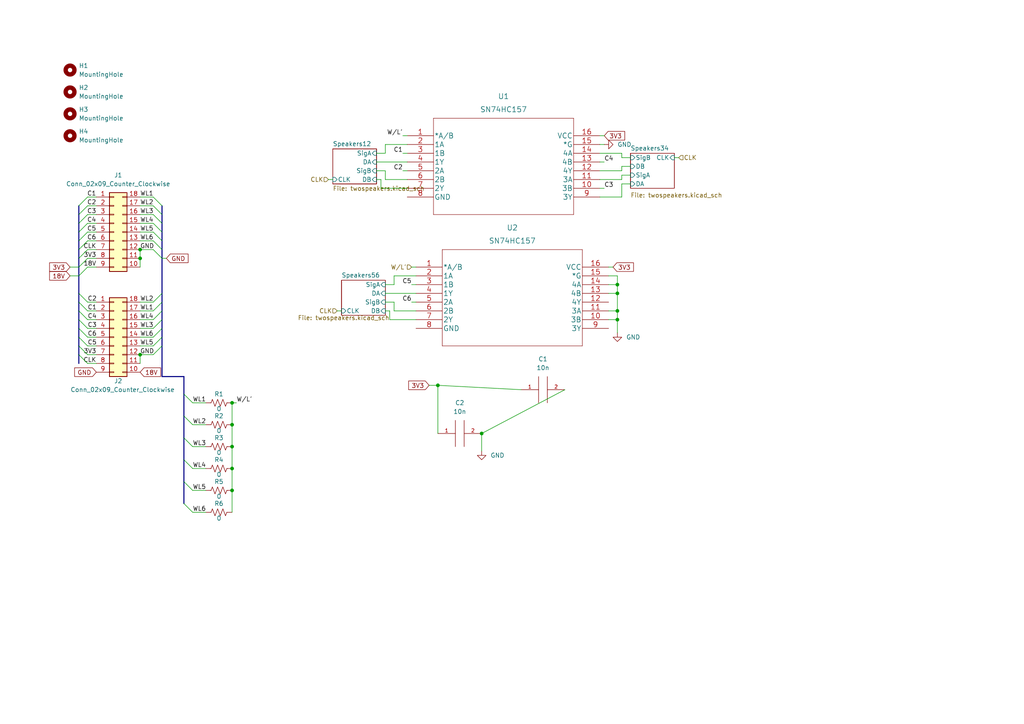
<source format=kicad_sch>
(kicad_sch (version 20211123) (generator eeschema)
  (paper "A4")
  (lib_symbols
    (symbol "Connector_Generic:Conn_02x09_Counter_Clockwise" (pin_names (offset 1.016) hide)
      (property "Reference" "J" (at 1.27 12.7 0))
      (property "Value" "Conn_02x09_Counter_Clockwise" (at 1.27 -12.7 0))
      (symbol "Conn_02x09_Counter_Clockwise_1_1"
        (rectangle (start -1.27 -10.033) (end 0 -10.287) (stroke (width 0.1524)))
        (rectangle (start -1.27 -7.493) (end 0 -7.747) (stroke (width 0.1524)))
        (rectangle (start -1.27 -4.953) (end 0 -5.207) (stroke (width 0.1524)))
        (rectangle (start -1.27 -2.413) (end 0 -2.667) (stroke (width 0.1524)))
        (rectangle (start -1.27 0.127) (end 0 -0.127) (stroke (width 0.1524)))
        (rectangle (start -1.27 2.667) (end 0 2.413) (stroke (width 0.1524)))
        (rectangle (start -1.27 5.207) (end 0 4.953) (stroke (width 0.1524)))
        (rectangle (start -1.27 7.747) (end 0 7.493) (stroke (width 0.1524)))
        (rectangle (start -1.27 10.287) (end 0 10.033) (stroke (width 0.1524)))
        (rectangle (start -1.27 11.43) (end 3.81 -11.43) (stroke (width 0.254)) (fill (type background)))
        (rectangle (start 3.81 -10.033) (end 2.54 -10.287) (stroke (width 0.1524)))
        (rectangle (start 3.81 -7.493) (end 2.54 -7.747) (stroke (width 0.1524)))
        (rectangle (start 3.81 -4.953) (end 2.54 -5.207) (stroke (width 0.1524)))
        (rectangle (start 3.81 -2.413) (end 2.54 -2.667) (stroke (width 0.1524)))
        (rectangle (start 3.81 0.127) (end 2.54 -0.127) (stroke (width 0.1524)))
        (rectangle (start 3.81 2.667) (end 2.54 2.413) (stroke (width 0.1524)))
        (rectangle (start 3.81 5.207) (end 2.54 4.953) (stroke (width 0.1524)))
        (rectangle (start 3.81 7.747) (end 2.54 7.493) (stroke (width 0.1524)))
        (rectangle (start 3.81 10.287) (end 2.54 10.033) (stroke (width 0.1524)))
        (pin passive line (at -5.08 10.16 0) (length 3.81) (name "Pin_1") (number "1"))
        (pin passive line (at 7.62 -10.16 180) (length 3.81) (name "Pin_10") (number "10"))
        (pin passive line (at 7.62 -7.62 180) (length 3.81) (name "Pin_11") (number "11"))
        (pin passive line (at 7.62 -5.08 180) (length 3.81) (name "Pin_12") (number "12"))
        (pin passive line (at 7.62 -2.54 180) (length 3.81) (name "Pin_13") (number "13"))
        (pin passive line (at 7.62 0 180) (length 3.81) (name "Pin_14") (number "14"))
        (pin passive line (at 7.62 2.54 180) (length 3.81) (name "Pin_15") (number "15"))
        (pin passive line (at 7.62 5.08 180) (length 3.81) (name "Pin_16") (number "16"))
        (pin passive line (at 7.62 7.62 180) (length 3.81) (name "Pin_17") (number "17"))
        (pin passive line (at 7.62 10.16 180) (length 3.81) (name "Pin_18") (number "18"))
        (pin passive line (at -5.08 7.62 0) (length 3.81) (name "Pin_2") (number "2"))
        (pin passive line (at -5.08 5.08 0) (length 3.81) (name "Pin_3") (number "3"))
        (pin passive line (at -5.08 2.54 0) (length 3.81) (name "Pin_4") (number "4"))
        (pin passive line (at -5.08 0 0) (length 3.81) (name "Pin_5") (number "5"))
        (pin passive line (at -5.08 -2.54 0) (length 3.81) (name "Pin_6") (number "6"))
        (pin passive line (at -5.08 -5.08 0) (length 3.81) (name "Pin_7") (number "7"))
        (pin passive line (at -5.08 -7.62 0) (length 3.81) (name "Pin_8") (number "8"))
        (pin passive line (at -5.08 -10.16 0) (length 3.81) (name "Pin_9") (number "9"))
      )
    )
    (symbol "Device:R_US" (pin_numbers hide) (pin_names (offset 0))
      (property "Reference" "R" (at 2.54 0 90))
      (property "Value" "R_US" (at -2.54 0 90))
      (symbol "R_US_0_1"
        (polyline (pts (xy 0 -2.286) (xy 0 -2.54)))
        (polyline (pts (xy 0 2.286) (xy 0 2.54)))
        (polyline (pts (xy 0 -0.762) (xy 1.016 -1.143) (xy 0 -1.524) (xy -1.016 -1.905) (xy 0 -2.286)))
        (polyline (pts (xy 0 0.762) (xy 1.016 0.381) (xy 0 0) (xy -1.016 -0.381) (xy 0 -0.762)))
        (polyline (pts (xy 0 2.286) (xy 1.016 1.905) (xy 0 1.524) (xy -1.016 1.143) (xy 0 0.762)))
      )
      (symbol "R_US_1_1"
        (pin passive line (at 0 3.81 270) (length 1.27) (name "~") (number "1"))
        (pin passive line (at 0 -3.81 90) (length 1.27) (name "~") (number "2"))
      )
    )
    (symbol "Mechanical:MountingHole" (pin_names (offset 1.016))
      (property "Reference" "H" (at 0 5.08 0))
      (property "Value" "MountingHole" (at 0 3.175 0))
      (symbol "MountingHole_0_1"
        (circle (center 0 0) (radius 1.27) (stroke (width 1.27)))
      )
    )
    (symbol "SNx4HC157:SN74HC157N" (pin_names (offset 0.254))
      (property "Reference" "U" (at 27.94 10.16 0))
      (property "Value" "SN74HC157N" (at 27.94 7.62 0))
      (symbol "SN74HC157N_1_1"
        (polyline (pts (xy 7.62 -22.86) (xy 48.26 -22.86)) (stroke (width 0.127)))
        (polyline (pts (xy 7.62 5.08) (xy 7.62 -22.86)) (stroke (width 0.127)))
        (polyline (pts (xy 48.26 -22.86) (xy 48.26 5.08)) (stroke (width 0.127)))
        (polyline (pts (xy 48.26 5.08) (xy 7.62 5.08)) (stroke (width 0.127)))
        (pin input line (at 0 0 0) (length 7.62) (name "*A/B") (number "1"))
        (pin input line (at 55.88 -15.24 180) (length 7.62) (name "3B") (number "10"))
        (pin input line (at 55.88 -12.7 180) (length 7.62) (name "3A") (number "11"))
        (pin output line (at 55.88 -10.16 180) (length 7.62) (name "4Y") (number "12"))
        (pin input line (at 55.88 -7.62 180) (length 7.62) (name "4B") (number "13"))
        (pin input line (at 55.88 -5.08 180) (length 7.62) (name "4A") (number "14"))
        (pin input line (at 55.88 -2.54 180) (length 7.62) (name "*G") (number "15"))
        (pin power_in line (at 55.88 0 180) (length 7.62) (name "VCC") (number "16"))
        (pin input line (at 0 -2.54 0) (length 7.62) (name "1A") (number "2"))
        (pin input line (at 0 -5.08 0) (length 7.62) (name "1B") (number "3"))
        (pin output line (at 0 -7.62 0) (length 7.62) (name "1Y") (number "4"))
        (pin input line (at 0 -10.16 0) (length 7.62) (name "2A") (number "5"))
        (pin input line (at 0 -12.7 0) (length 7.62) (name "2B") (number "6"))
        (pin output line (at 0 -15.24 0) (length 7.62) (name "2Y") (number "7"))
        (pin power_in line (at 0 -17.78 0) (length 7.62) (name "GND") (number "8"))
        (pin output line (at 55.88 -17.78 180) (length 7.62) (name "3Y") (number "9"))
      )
    )
    (symbol "power:GND" (power) (pin_names (offset 0))
      (property "Value" "GND" (at 0 -3.81 0))
      (symbol "GND_0_1"
        (polyline (pts (xy 0 0) (xy 0 -1.27) (xy 1.27 -1.27) (xy 0 -2.54) (xy -1.27 -1.27) (xy 0 -1.27)))
      )
      (symbol "GND_1_1"
        (pin power_in line (at 0 0 270) (length 0) hide (name "GND") (number "1"))
      )
    )
    (symbol "pspice:CAP" (pin_names (offset 0.254))
      (property "Reference" "C" (at 2.54 3.81 90))
      (property "Value" "CAP" (at 2.54 -3.81 90))
      (symbol "CAP_0_1"
        (polyline (pts (xy -3.81 -1.27) (xy 3.81 -1.27)))
        (polyline (pts (xy -3.81 1.27) (xy 3.81 1.27)))
      )
      (symbol "CAP_1_1"
        (pin passive line (at 0 6.35 270) (length 5.08) (name "~") (number "1"))
        (pin passive line (at 0 -6.35 90) (length 5.08) (name "~") (number "2"))
      )
    )
  )
  (junction (at 67.31 135.89))
  (junction (at 179.07 90.17))
  (junction (at 40.64 102.87))
  (junction (at 67.31 116.84))
  (junction (at 40.64 74.93))
  (junction (at 67.31 129.54))
  (junction (at 179.07 92.71))
  (junction (at 179.07 82.55))
  (junction (at 67.31 123.19))
  (junction (at 179.07 85.09))
  (junction (at 127 111.76))
  (junction (at 40.64 72.39))
  (junction (at 139.7 125.73))
  (junction (at 67.31 142.24))
  (bus_entry (at 46.99 87.63) (size -2.54 2.54))
  (bus_entry (at 46.99 90.17) (size -2.54 2.54))
  (bus_entry (at 46.99 97.79) (size -2.54 2.54))
  (bus_entry (at 46.99 95.25) (size -2.54 2.54))
  (bus_entry (at 44.45 57.15) (size 2.54 2.54))
  (bus_entry (at 25.4 77.47) (size -2.54 2.54))
  (bus_entry (at 25.4 74.93) (size -2.54 2.54))
  (bus_entry (at 25.4 72.39) (size -2.54 2.54))
  (bus_entry (at 46.99 85.09) (size -2.54 2.54))
  (bus_entry (at 44.45 64.77) (size 2.54 2.54))
  (bus_entry (at 44.45 67.31) (size 2.54 2.54))
  (bus_entry (at 44.45 69.85) (size 2.54 2.54))
  (bus_entry (at 44.45 59.69) (size 2.54 2.54))
  (bus_entry (at 44.45 62.23) (size 2.54 2.54))
  (bus_entry (at 53.34 139.7) (size 2.54 2.54))
  (bus_entry (at 53.34 146.05) (size 2.54 2.54))
  (bus_entry (at 53.34 127) (size 2.54 2.54))
  (bus_entry (at 53.34 133.35) (size 2.54 2.54))
  (bus_entry (at 53.34 114.3) (size 2.54 2.54))
  (bus_entry (at 53.34 120.65) (size 2.54 2.54))
  (bus_entry (at 44.45 72.39) (size 2.54 2.54))
  (bus_entry (at 22.86 85.09) (size 2.54 2.54))
  (bus_entry (at 22.86 92.71) (size 2.54 2.54))
  (bus_entry (at 22.86 87.63) (size 2.54 2.54))
  (bus_entry (at 22.86 90.17) (size 2.54 2.54))
  (bus_entry (at 22.86 95.25) (size 2.54 2.54))
  (bus_entry (at 22.86 97.79) (size 2.54 2.54))
  (bus_entry (at 25.4 69.85) (size -2.54 2.54))
  (bus_entry (at 25.4 59.69) (size -2.54 2.54))
  (bus_entry (at 25.4 62.23) (size -2.54 2.54))
  (bus_entry (at 25.4 64.77) (size -2.54 2.54))
  (bus_entry (at 25.4 67.31) (size -2.54 2.54))
  (bus_entry (at 25.4 57.15) (size -2.54 2.54))
  (bus_entry (at 22.86 102.87) (size 2.54 2.54))
  (bus_entry (at 46.99 92.71) (size -2.54 2.54))
  (bus_entry (at 44.45 102.87) (size 2.54 -2.54))
  (bus_entry (at 22.86 100.33) (size 2.54 2.54))
  (wire (pts (xy 173.99 57.15) (xy 180.34 57.15)))
  (wire (pts (xy 179.07 80.01) (xy 179.07 82.55)))
  (wire (pts (xy 25.4 74.93) (xy 27.94 74.93)))
  (wire (pts (xy 25.4 72.39) (xy 27.94 72.39)))
  (wire (pts (xy 176.53 92.71) (xy 179.07 92.71)))
  (wire (pts (xy 111.76 87.63) (xy 114.3 87.63)))
  (wire (pts (xy 109.22 49.53) (xy 111.76 49.53)))
  (wire (pts (xy 110.49 52.07) (xy 109.22 52.07)))
  (wire (pts (xy 151.13 113.03) (xy 127 111.76)))
  (bus (pts (xy 22.86 69.85) (xy 22.86 72.39)))
  (bus (pts (xy 22.86 67.31) (xy 22.86 69.85)))
  (wire (pts (xy 173.99 46.99) (xy 175.26 46.99)))
  (wire (pts (xy 173.99 39.37) (xy 175.26 39.37)))
  (wire (pts (xy 25.4 102.87) (xy 27.94 102.87)))
  (wire (pts (xy 67.31 142.24) (xy 67.31 148.59)))
  (wire (pts (xy 40.64 102.87) (xy 44.45 102.87)))
  (wire (pts (xy 120.65 90.17) (xy 114.3 90.17)))
  (wire (pts (xy 116.84 44.45) (xy 118.11 44.45)))
  (bus (pts (xy 22.86 62.23) (xy 22.86 64.77)))
  (wire (pts (xy 40.64 87.63) (xy 44.45 87.63)))
  (wire (pts (xy 25.4 105.41) (xy 27.94 105.41)))
  (wire (pts (xy 118.11 54.61) (xy 110.49 54.61)))
  (wire (pts (xy 55.88 129.54) (xy 59.69 129.54)))
  (bus (pts (xy 22.86 97.79) (xy 22.86 100.33)))
  (bus (pts (xy 46.99 64.77) (xy 46.99 67.31)))
  (wire (pts (xy 40.64 67.31) (xy 44.45 67.31)))
  (wire (pts (xy 173.99 54.61) (xy 175.26 54.61)))
  (wire (pts (xy 111.76 41.91) (xy 111.76 44.45)))
  (wire (pts (xy 55.88 116.84) (xy 59.69 116.84)))
  (wire (pts (xy 40.64 72.39) (xy 44.45 72.39)))
  (wire (pts (xy 127 111.76) (xy 127 125.73)))
  (bus (pts (xy 22.86 80.01) (xy 22.86 85.09)))
  (bus (pts (xy 22.86 95.25) (xy 22.86 97.79)))
  (wire (pts (xy 124.46 111.76) (xy 127 111.76)))
  (bus (pts (xy 46.99 100.33) (xy 46.99 109.22)))
  (wire (pts (xy 40.64 95.25) (xy 44.45 95.25)))
  (wire (pts (xy 95.25 52.07) (xy 96.52 52.07)))
  (bus (pts (xy 22.86 85.09) (xy 22.86 87.63)))
  (wire (pts (xy 195.58 45.72) (xy 196.85 45.72)))
  (wire (pts (xy 173.99 49.53) (xy 180.34 49.53)))
  (wire (pts (xy 179.07 85.09) (xy 179.07 90.17)))
  (wire (pts (xy 40.64 72.39) (xy 40.64 74.93)))
  (wire (pts (xy 40.64 100.33) (xy 44.45 100.33)))
  (wire (pts (xy 111.76 44.45) (xy 109.22 44.45)))
  (wire (pts (xy 179.07 82.55) (xy 179.07 85.09)))
  (bus (pts (xy 22.86 77.47) (xy 22.86 80.01)))
  (wire (pts (xy 163.83 113.03) (xy 139.7 125.73)))
  (bus (pts (xy 46.99 85.09) (xy 46.99 87.63)))
  (wire (pts (xy 55.88 142.24) (xy 59.69 142.24)))
  (wire (pts (xy 139.7 125.73) (xy 139.7 130.81)))
  (wire (pts (xy 110.49 54.61) (xy 110.49 52.07)))
  (wire (pts (xy 176.53 90.17) (xy 179.07 90.17)))
  (bus (pts (xy 22.86 72.39) (xy 22.86 74.93)))
  (wire (pts (xy 67.31 129.54) (xy 67.31 135.89)))
  (bus (pts (xy 22.86 74.93) (xy 22.86 77.47)))
  (bus (pts (xy 22.86 100.33) (xy 22.86 102.87)))
  (bus (pts (xy 22.86 87.63) (xy 22.86 90.17)))
  (wire (pts (xy 55.88 135.89) (xy 59.69 135.89)))
  (wire (pts (xy 40.64 74.93) (xy 40.64 77.47)))
  (bus (pts (xy 53.34 114.3) (xy 53.34 120.65)))
  (wire (pts (xy 40.64 59.69) (xy 44.45 59.69)))
  (bus (pts (xy 46.99 59.69) (xy 46.99 62.23)))
  (wire (pts (xy 25.4 95.25) (xy 27.94 95.25)))
  (wire (pts (xy 118.11 41.91) (xy 111.76 41.91)))
  (wire (pts (xy 25.4 69.85) (xy 27.94 69.85)))
  (wire (pts (xy 120.65 80.01) (xy 114.3 80.01)))
  (wire (pts (xy 180.34 50.8) (xy 182.88 50.8)))
  (wire (pts (xy 179.07 92.71) (xy 179.07 96.52)))
  (bus (pts (xy 46.99 62.23) (xy 46.99 64.77)))
  (wire (pts (xy 109.22 46.99) (xy 118.11 46.99)))
  (wire (pts (xy 40.64 102.87) (xy 40.64 105.41)))
  (wire (pts (xy 25.4 90.17) (xy 27.94 90.17)))
  (wire (pts (xy 25.4 87.63) (xy 27.94 87.63)))
  (wire (pts (xy 113.03 92.71) (xy 113.03 90.17)))
  (wire (pts (xy 67.31 116.84) (xy 68.58 116.84)))
  (bus (pts (xy 46.99 97.79) (xy 46.99 100.33)))
  (bus (pts (xy 46.99 72.39) (xy 46.99 74.93)))
  (wire (pts (xy 119.38 87.63) (xy 120.65 87.63)))
  (wire (pts (xy 40.64 90.17) (xy 44.45 90.17)))
  (bus (pts (xy 22.86 92.71) (xy 22.86 95.25)))
  (wire (pts (xy 176.53 77.47) (xy 177.8 77.47)))
  (wire (pts (xy 40.64 69.85) (xy 44.45 69.85)))
  (wire (pts (xy 40.64 97.79) (xy 44.45 97.79)))
  (wire (pts (xy 25.4 77.47) (xy 27.94 77.47)))
  (wire (pts (xy 25.4 92.71) (xy 27.94 92.71)))
  (wire (pts (xy 25.4 67.31) (xy 27.94 67.31)))
  (wire (pts (xy 111.76 85.09) (xy 120.65 85.09)))
  (wire (pts (xy 180.34 57.15) (xy 180.34 53.34)))
  (bus (pts (xy 53.34 109.22) (xy 53.34 114.3)))
  (wire (pts (xy 176.53 82.55) (xy 179.07 82.55)))
  (wire (pts (xy 55.88 123.19) (xy 59.69 123.19)))
  (wire (pts (xy 173.99 52.07) (xy 180.34 52.07)))
  (bus (pts (xy 46.99 90.17) (xy 46.99 92.71)))
  (bus (pts (xy 53.34 127) (xy 53.34 133.35)))
  (wire (pts (xy 40.64 64.77) (xy 44.45 64.77)))
  (wire (pts (xy 25.4 57.15) (xy 27.94 57.15)))
  (bus (pts (xy 22.86 90.17) (xy 22.86 92.71)))
  (bus (pts (xy 46.99 69.85) (xy 46.99 72.39)))
  (bus (pts (xy 22.86 102.87) (xy 22.86 105.41)))
  (wire (pts (xy 25.4 97.79) (xy 27.94 97.79)))
  (bus (pts (xy 22.86 59.69) (xy 22.86 62.23)))
  (wire (pts (xy 67.31 135.89) (xy 67.31 142.24)))
  (wire (pts (xy 119.38 77.47) (xy 120.65 77.47)))
  (wire (pts (xy 114.3 87.63) (xy 114.3 90.17)))
  (wire (pts (xy 114.3 80.01) (xy 114.3 82.55)))
  (wire (pts (xy 111.76 49.53) (xy 111.76 52.07)))
  (wire (pts (xy 116.84 39.37) (xy 118.11 39.37)))
  (wire (pts (xy 118.11 52.07) (xy 111.76 52.07)))
  (wire (pts (xy 173.99 41.91) (xy 175.26 41.91)))
  (wire (pts (xy 67.31 116.84) (xy 67.31 123.19)))
  (wire (pts (xy 180.34 53.34) (xy 182.88 53.34)))
  (wire (pts (xy 180.34 45.72) (xy 180.34 44.45)))
  (wire (pts (xy 40.64 62.23) (xy 44.45 62.23)))
  (wire (pts (xy 176.53 80.01) (xy 179.07 80.01)))
  (wire (pts (xy 25.4 100.33) (xy 27.94 100.33)))
  (wire (pts (xy 67.31 123.19) (xy 67.31 129.54)))
  (wire (pts (xy 46.99 74.93) (xy 48.26 74.93)))
  (wire (pts (xy 25.4 62.23) (xy 27.94 62.23)))
  (bus (pts (xy 46.99 109.22) (xy 53.34 109.22)))
  (bus (pts (xy 46.99 67.31) (xy 46.99 69.85)))
  (bus (pts (xy 53.34 139.7) (xy 53.34 146.05)))
  (bus (pts (xy 46.99 95.25) (xy 46.99 97.79)))
  (bus (pts (xy 46.99 92.71) (xy 46.99 95.25)))
  (wire (pts (xy 180.34 49.53) (xy 180.34 48.26)))
  (wire (pts (xy 113.03 90.17) (xy 111.76 90.17)))
  (wire (pts (xy 119.38 82.55) (xy 120.65 82.55)))
  (wire (pts (xy 114.3 82.55) (xy 111.76 82.55)))
  (wire (pts (xy 180.34 48.26) (xy 182.88 48.26)))
  (wire (pts (xy 20.32 80.01) (xy 22.86 80.01)))
  (wire (pts (xy 116.84 49.53) (xy 118.11 49.53)))
  (bus (pts (xy 53.34 133.35) (xy 53.34 139.7)))
  (wire (pts (xy 40.64 92.71) (xy 44.45 92.71)))
  (wire (pts (xy 180.34 44.45) (xy 173.99 44.45)))
  (wire (pts (xy 120.65 92.71) (xy 113.03 92.71)))
  (bus (pts (xy 46.99 87.63) (xy 46.99 90.17)))
  (bus (pts (xy 46.99 74.93) (xy 46.99 85.09)))
  (bus (pts (xy 53.34 120.65) (xy 53.34 127)))
  (wire (pts (xy 40.64 57.15) (xy 44.45 57.15)))
  (bus (pts (xy 22.86 64.77) (xy 22.86 67.31)))
  (wire (pts (xy 179.07 90.17) (xy 179.07 92.71)))
  (wire (pts (xy 182.88 45.72) (xy 180.34 45.72)))
  (wire (pts (xy 176.53 85.09) (xy 179.07 85.09)))
  (wire (pts (xy 55.88 148.59) (xy 59.69 148.59)))
  (wire (pts (xy 180.34 52.07) (xy 180.34 50.8)))
  (wire (pts (xy 20.32 77.47) (xy 22.86 77.47)))
  (wire (pts (xy 25.4 64.77) (xy 27.94 64.77)))
  (wire (pts (xy 97.79 90.17) (xy 99.06 90.17)))
  (wire (pts (xy 25.4 59.69) (xy 27.94 59.69)))
  (label "C6" (at 25.4 97.79 0))
  (label "18V" (at 27.94 77.47 180))
  (label "WL3" (at 40.64 62.23 0))
  (label "C4" (at 25.4 92.71 0))
  (label "WL3" (at 55.88 129.54 0))
  (label "C1" (at 27.94 57.15 180))
  (label "C6" (at 119.38 87.63 180))
  (label "WL6" (at 40.64 97.79 0))
  (label "WL5" (at 40.64 100.33 0))
  (label "WL2" (at 55.88 123.19 0))
  (label "WL1" (at 40.64 90.17 0))
  (label "3V3" (at 27.94 102.87 180))
  (label "GND" (at 40.64 72.39 0))
  (label "3V3" (at 27.94 74.93 180))
  (label "C4" (at 175.26 46.99 0))
  (label "WL2" (at 40.64 87.63 0))
  (label "WL4" (at 55.88 135.89 0))
  (label "C1" (at 25.4 90.17 0))
  (label "C2" (at 116.84 49.53 180))
  (label "WL6" (at 55.88 148.59 0))
  (label "WL1" (at 40.64 57.15 0))
  (label "C3" (at 175.26 54.61 0))
  (label "WL4" (at 40.64 92.71 0))
  (label "WL1" (at 55.88 116.84 0))
  (label "WL2" (at 40.64 59.69 0))
  (label "C5" (at 119.38 82.55 180))
  (label "WL3" (at 40.64 95.25 0))
  (label "C6" (at 27.94 69.85 180))
  (label "GND" (at 40.64 102.87 0))
  (label "CLK" (at 27.94 72.39 180))
  (label "WL6" (at 40.64 69.85 0))
  (label "WL5" (at 40.64 67.31 0))
  (label "C5" (at 25.4 100.33 0))
  (label "CLK" (at 27.94 105.41 180))
  (label "C4" (at 27.94 64.77 180))
  (label "WL4" (at 40.64 64.77 0))
  (label "WL5" (at 55.88 142.24 0))
  (label "W{slash}L'" (at 68.58 116.84 0))
  (label "C2" (at 25.4 87.63 0))
  (label "C2" (at 27.94 59.69 180))
  (label "W{slash}L'" (at 116.84 39.37 180))
  (label "C5" (at 27.94 67.31 180))
  (label "C1" (at 116.84 44.45 180))
  (label "C3" (at 25.4 95.25 0))
  (label "C3" (at 27.94 62.23 180))
  (global_label "3V3" (shape input) (at 20.32 77.47 180) (property "Intersheet References" "${INTERSHEET_REFS}" (effects hide)))
  (global_label "18V" (shape input) (at 40.64 107.95 0) (property "Intersheet References" "${INTERSHEET_REFS}" (effects hide)))
  (global_label "3V3" (shape input) (at 177.8 77.47 0) (property "Intersheet References" "${INTERSHEET_REFS}" (effects hide)))
  (global_label "18V" (shape input) (at 20.32 80.01 180) (property "Intersheet References" "${INTERSHEET_REFS}" (effects hide)))
  (global_label "GND" (shape input) (at 27.94 107.95 180) (property "Intersheet References" "${INTERSHEET_REFS}" (effects hide)))
  (global_label "3V3" (shape input) (at 175.26 39.37 0) (property "Intersheet References" "${INTERSHEET_REFS}" (effects hide)))
  (global_label "GND" (shape input) (at 48.26 74.93 0) (property "Intersheet References" "${INTERSHEET_REFS}" (effects hide)))
  (global_label "3V3" (shape input) (at 124.46 111.76 180) (property "Intersheet References" "${INTERSHEET_REFS}" (effects hide)))
  (hierarchical_label "CLK" (shape input) (at 97.79 90.17 180))
  (hierarchical_label "CLK" (shape input) (at 196.85 45.72 0))
  (hierarchical_label "W{slash}L'" (shape input) (at 119.38 77.47 180))
  (hierarchical_label "CLK" (shape input) (at 95.25 52.07 180))
  (symbol (lib_id "Mechanical:MountingHole") (at 20.32 39.37 0) (unit 1)
    (property "Reference" "H4" (at 22.86 38.0999 0) (effects (justify left)))
    (property "Value" "MountingHole" (at 22.86 40.6399 0) (effects (justify left)))
    (property "Footprint" "MountingHole:MountingHole_2.2mm_M2" (effects hide))
  )
  (symbol (lib_id "power:GND") (at 175.26 41.91 90) (unit 1)
    (property "Reference" "#PWR02" (effects hide))
    (property "Value" "GND" (at 179.07 41.9099 90) (effects (justify right)))
  )
  (symbol (lib_id "Mechanical:MountingHole") (at 20.32 26.67 0) (unit 1)
    (property "Reference" "H2" (at 22.86 25.3999 0) (effects (justify left)))
    (property "Value" "MountingHole" (at 22.86 27.9399 0) (effects (justify left)))
    (property "Footprint" "MountingHole:MountingHole_2.2mm_M2" (effects hide))
  )
  (symbol (lib_id "Device:R_US") (at 63.5 142.24 270) (unit 1)
    (property "Reference" "R5" (at 63.5 139.7 90))
    (property "Value" "0" (at 63.5176 143.985 90))
    (property "Footprint" "Resistor_SMD:R_0603_1608Metric_Pad0.98x0.95mm_HandSolder" (effects hide))
    (property "LCSC" "C2907080" (effects hide))
  )
  (symbol (lib_id "pspice:CAP") (at 133.35 125.73 90) (unit 1)
    (property "Reference" "C2" (at 133.35 116.84 90))
    (property "Value" "10n" (at 133.35 119.38 90))
    (property "Footprint" "Capacitor_SMD:C_0603_1608Metric_Pad1.08x0.95mm_HandSolder" (effects hide))
    (property "LCSC" "C376807" (effects hide))
  )
  (symbol (lib_id "SNx4HC157:SN74HC157N") (at 120.65 77.47 0) (unit 1)
    (property "Reference" "U2" (at 148.59 66.04 0) (effects (font (size 1.524 1.524))))
    (property "Value" "SN74HC157" (at 148.59 69.85 0) (effects (font (size 1.524 1.524))))
    (property "Footprint" "SNx4HC157:Texas_Instruments-D0016A-0-0-IPC_A" (effects hide))
    (property "LCSC" "C6823" (effects hide))
  )
  (symbol (lib_id "Device:R_US") (at 63.5 123.19 270) (unit 1)
    (property "Reference" "R2" (at 63.5 120.65 90))
    (property "Value" "0" (at 63.5176 124.935 90))
    (property "Footprint" "Resistor_SMD:R_0603_1608Metric_Pad0.98x0.95mm_HandSolder" (effects hide))
    (property "LCSC" "C2907080" (effects hide))
  )
  (symbol (lib_id "SNx4HC157:SN74HC157N") (at 118.11 39.37 0) (unit 1)
    (property "Reference" "U1" (at 146.05 27.94 0) (effects (font (size 1.524 1.524))))
    (property "Value" "SN74HC157" (at 146.05 31.75 0) (effects (font (size 1.524 1.524))))
    (property "Footprint" "SNx4HC157:Texas_Instruments-D0016A-0-0-IPC_A" (effects hide))
    (property "LCSC" "C6823" (effects hide))
  )
  (symbol (lib_id "Connector_Generic:Conn_02x09_Counter_Clockwise") (at 33.02 97.79 0) (unit 1)
    (property "Reference" "J2" (at 34.29 110.49 0))
    (property "Value" "Conn_02x09_Counter_Clockwise" (at 35.56 113.03 0))
    (property "Footprint" "Connector_PinHeader_2.54mm:PinHeader_2x09_P2.54mm_Horizontal" (effects hide))
  )
  (symbol (lib_id "Device:R_US") (at 63.5 148.59 270) (unit 1)
    (property "Reference" "R6" (at 63.5 146.05 90))
    (property "Value" "0" (at 63.5176 150.335 90))
    (property "Footprint" "Resistor_SMD:R_0603_1608Metric_Pad0.98x0.95mm_HandSolder" (effects hide))
    (property "LCSC" "C2907080" (effects hide))
  )
  (symbol (lib_id "Device:R_US") (at 63.5 116.84 270) (unit 1)
    (property "Reference" "R1" (at 63.5 114.3 90))
    (property "Value" "0" (at 63.5176 118.585 90))
    (property "Footprint" "Resistor_SMD:R_0603_1608Metric_Pad0.98x0.95mm_HandSolder" (effects hide))
    (property "LCSC" "C2907080" (effects hide))
  )
  (symbol (lib_id "Device:R_US") (at 63.5 135.89 270) (unit 1)
    (property "Reference" "R4" (at 63.5 133.35 90))
    (property "Value" "0" (at 63.5176 137.635 90))
    (property "Footprint" "Resistor_SMD:R_0603_1608Metric_Pad0.98x0.95mm_HandSolder" (effects hide))
    (property "LCSC" "C2907080" (effects hide))
  )
  (symbol (lib_id "Device:R_US") (at 63.5 129.54 270) (unit 1)
    (property "Reference" "R3" (at 63.5 127 90))
    (property "Value" "0" (at 63.5176 131.285 90))
    (property "Footprint" "Resistor_SMD:R_0603_1608Metric_Pad0.98x0.95mm_HandSolder" (effects hide))
    (property "LCSC" "C2907080" (effects hide))
  )
  (symbol (lib_id "Mechanical:MountingHole") (at 20.32 33.02 0) (unit 1)
    (property "Reference" "H3" (at 22.86 31.7499 0) (effects (justify left)))
    (property "Value" "MountingHole" (at 22.86 34.2899 0) (effects (justify left)))
    (property "Footprint" "MountingHole:MountingHole_2.2mm_M2" (effects hide))
  )
  (symbol (lib_id "pspice:CAP") (at 157.48 113.03 90) (unit 1)
    (property "Reference" "C1" (at 157.48 104.14 90))
    (property "Value" "10n" (at 157.48 106.68 90))
    (property "Footprint" "Capacitor_SMD:C_0603_1608Metric_Pad1.08x0.95mm_HandSolder" (effects hide))
    (property "LCSC" "C376807" (effects hide))
  )
  (symbol (lib_id "power:GND") (at 179.07 96.52 0) (unit 1)
    (property "Reference" "#PWR03" (effects hide))
    (property "Value" "GND" (at 181.61 97.7899 0) (effects (justify left)))
  )
  (symbol (lib_id "Connector_Generic:Conn_02x09_Counter_Clockwise") (at 33.02 67.31 0) (unit 1)
    (property "Reference" "J1" (at 34.29 50.8 0))
    (property "Value" "Conn_02x09_Counter_Clockwise" (at 34.29 53.34 0))
    (property "Footprint" "Connector_PinHeader_2.54mm:PinHeader_2x09_P2.54mm_Vertical" (effects hide))
  )
  (symbol (lib_id "Mechanical:MountingHole") (at 20.32 20.32 0) (unit 1)
    (property "Reference" "H1" (at 22.86 19.0499 0) (effects (justify left)))
    (property "Value" "MountingHole" (at 22.86 21.5899 0) (effects (justify left)))
    (property "Footprint" "MountingHole:MountingHole_2.2mm_M2" (effects hide))
  )
  (symbol (lib_id "power:GND") (at 139.7 130.81 0) (unit 1)
    (property "Reference" "#PWR01" (effects hide))
    (property "Value" "GND" (at 142.24 132.0799 0) (effects (justify left)))
  )
  (sheet (at 99.06 81.28) (size 12.7 10.16) (stroke (width 0.1524))
    (property "Sheet name" "Speakers56" (at 99.06 80.5684 0) (effects (justify left bottom)))
    (property "Sheet file" "twospeakers.kicad_sch" (at 86.36 91.44 0) (effects (justify left top)))
    (pin "CLK" input (at 99.06 90.17 180))
    (pin "SigA" input (at 111.76 82.55 0))
    (pin "DA" input (at 111.76 85.09 0))
    (pin "SigB" input (at 111.76 87.63 0))
    (pin "DB" input (at 111.76 90.17 0))
  )
  (sheet (at 96.52 43.18) (size 12.7 10.16) (stroke (width 0.1524))
    (property "Sheet name" "Speakers12" (at 96.52 42.4684 0) (effects (justify left bottom)))
    (property "Sheet file" "twospeakers.kicad_sch" (at 96.52 53.9246 0) (effects (justify left top)))
    (pin "CLK" input (at 96.52 52.07 180))
    (pin "SigA" input (at 109.22 44.45 0))
    (pin "DA" input (at 109.22 46.99 0))
    (pin "SigB" input (at 109.22 49.53 0))
    (pin "DB" input (at 109.22 52.07 0))
  )
  (sheet (at 182.88 44.45) (size 12.7 10.16) (stroke (width 0.1524))
    (property "Sheet name" "Speakers34" (at 182.88 43.7384 0) (effects (justify left bottom)))
    (property "Sheet file" "twospeakers.kicad_sch" (at 182.88 55.88 0) (effects (justify left top)))
    (pin "CLK" input (at 195.58 45.72 0))
    (pin "SigA" input (at 182.88 50.8 180))
    (pin "DA" input (at 182.88 53.34 180))
    (pin "SigB" input (at 182.88 45.72 180))
    (pin "DB" input (at 182.88 48.26 180))
  )
)
</source>
